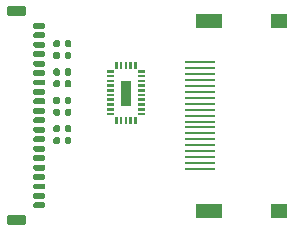
<source format=gtp>
G04 #@! TF.GenerationSoftware,KiCad,Pcbnew,5.1.10*
G04 #@! TF.CreationDate,2021-09-10T20:16:30-07:00*
G04 #@! TF.ProjectId,ACORN-CLE-DVI,41434f52-4e2d-4434-9c45-2d4456492e6b,rev?*
G04 #@! TF.SameCoordinates,Original*
G04 #@! TF.FileFunction,Paste,Top*
G04 #@! TF.FilePolarity,Positive*
%FSLAX46Y46*%
G04 Gerber Fmt 4.6, Leading zero omitted, Abs format (unit mm)*
G04 Created by KiCad (PCBNEW 5.1.10) date 2021-09-10 20:16:30*
%MOMM*%
%LPD*%
G01*
G04 APERTURE LIST*
%ADD10C,0.010000*%
%ADD11R,1.400000X1.300000*%
%ADD12R,2.200000X1.300000*%
%ADD13R,2.600000X0.280000*%
G04 APERTURE END LIST*
D10*
G36*
X155720000Y-92040000D02*
G01*
X156480000Y-92040000D01*
X156480000Y-94060000D01*
X155720000Y-94060000D01*
X155720000Y-92040000D01*
G37*
X155720000Y-92040000D02*
X156480000Y-92040000D01*
X156480000Y-94060000D01*
X155720000Y-94060000D01*
X155720000Y-92040000D01*
G36*
G01*
X149970000Y-97270000D02*
X149970000Y-96930000D01*
G75*
G02*
X150110000Y-96790000I140000J0D01*
G01*
X150390000Y-96790000D01*
G75*
G02*
X150530000Y-96930000I0J-140000D01*
G01*
X150530000Y-97270000D01*
G75*
G02*
X150390000Y-97410000I-140000J0D01*
G01*
X150110000Y-97410000D01*
G75*
G02*
X149970000Y-97270000I0J140000D01*
G01*
G37*
G36*
G01*
X150930000Y-97270000D02*
X150930000Y-96930000D01*
G75*
G02*
X151070000Y-96790000I140000J0D01*
G01*
X151350000Y-96790000D01*
G75*
G02*
X151490000Y-96930000I0J-140000D01*
G01*
X151490000Y-97270000D01*
G75*
G02*
X151350000Y-97410000I-140000J0D01*
G01*
X151070000Y-97410000D01*
G75*
G02*
X150930000Y-97270000I0J140000D01*
G01*
G37*
G36*
G01*
X149970000Y-96270000D02*
X149970000Y-95930000D01*
G75*
G02*
X150110000Y-95790000I140000J0D01*
G01*
X150390000Y-95790000D01*
G75*
G02*
X150530000Y-95930000I0J-140000D01*
G01*
X150530000Y-96270000D01*
G75*
G02*
X150390000Y-96410000I-140000J0D01*
G01*
X150110000Y-96410000D01*
G75*
G02*
X149970000Y-96270000I0J140000D01*
G01*
G37*
G36*
G01*
X150930000Y-96270000D02*
X150930000Y-95930000D01*
G75*
G02*
X151070000Y-95790000I140000J0D01*
G01*
X151350000Y-95790000D01*
G75*
G02*
X151490000Y-95930000I0J-140000D01*
G01*
X151490000Y-96270000D01*
G75*
G02*
X151350000Y-96410000I-140000J0D01*
G01*
X151070000Y-96410000D01*
G75*
G02*
X150930000Y-96270000I0J140000D01*
G01*
G37*
G36*
G01*
X149970000Y-94870000D02*
X149970000Y-94530000D01*
G75*
G02*
X150110000Y-94390000I140000J0D01*
G01*
X150390000Y-94390000D01*
G75*
G02*
X150530000Y-94530000I0J-140000D01*
G01*
X150530000Y-94870000D01*
G75*
G02*
X150390000Y-95010000I-140000J0D01*
G01*
X150110000Y-95010000D01*
G75*
G02*
X149970000Y-94870000I0J140000D01*
G01*
G37*
G36*
G01*
X150930000Y-94870000D02*
X150930000Y-94530000D01*
G75*
G02*
X151070000Y-94390000I140000J0D01*
G01*
X151350000Y-94390000D01*
G75*
G02*
X151490000Y-94530000I0J-140000D01*
G01*
X151490000Y-94870000D01*
G75*
G02*
X151350000Y-95010000I-140000J0D01*
G01*
X151070000Y-95010000D01*
G75*
G02*
X150930000Y-94870000I0J140000D01*
G01*
G37*
G36*
G01*
X149960000Y-93870000D02*
X149960000Y-93530000D01*
G75*
G02*
X150100000Y-93390000I140000J0D01*
G01*
X150380000Y-93390000D01*
G75*
G02*
X150520000Y-93530000I0J-140000D01*
G01*
X150520000Y-93870000D01*
G75*
G02*
X150380000Y-94010000I-140000J0D01*
G01*
X150100000Y-94010000D01*
G75*
G02*
X149960000Y-93870000I0J140000D01*
G01*
G37*
G36*
G01*
X150920000Y-93870000D02*
X150920000Y-93530000D01*
G75*
G02*
X151060000Y-93390000I140000J0D01*
G01*
X151340000Y-93390000D01*
G75*
G02*
X151480000Y-93530000I0J-140000D01*
G01*
X151480000Y-93870000D01*
G75*
G02*
X151340000Y-94010000I-140000J0D01*
G01*
X151060000Y-94010000D01*
G75*
G02*
X150920000Y-93870000I0J140000D01*
G01*
G37*
G36*
G01*
X149960000Y-92470000D02*
X149960000Y-92130000D01*
G75*
G02*
X150100000Y-91990000I140000J0D01*
G01*
X150380000Y-91990000D01*
G75*
G02*
X150520000Y-92130000I0J-140000D01*
G01*
X150520000Y-92470000D01*
G75*
G02*
X150380000Y-92610000I-140000J0D01*
G01*
X150100000Y-92610000D01*
G75*
G02*
X149960000Y-92470000I0J140000D01*
G01*
G37*
G36*
G01*
X150920000Y-92470000D02*
X150920000Y-92130000D01*
G75*
G02*
X151060000Y-91990000I140000J0D01*
G01*
X151340000Y-91990000D01*
G75*
G02*
X151480000Y-92130000I0J-140000D01*
G01*
X151480000Y-92470000D01*
G75*
G02*
X151340000Y-92610000I-140000J0D01*
G01*
X151060000Y-92610000D01*
G75*
G02*
X150920000Y-92470000I0J140000D01*
G01*
G37*
G36*
G01*
X149960000Y-91470000D02*
X149960000Y-91130000D01*
G75*
G02*
X150100000Y-90990000I140000J0D01*
G01*
X150380000Y-90990000D01*
G75*
G02*
X150520000Y-91130000I0J-140000D01*
G01*
X150520000Y-91470000D01*
G75*
G02*
X150380000Y-91610000I-140000J0D01*
G01*
X150100000Y-91610000D01*
G75*
G02*
X149960000Y-91470000I0J140000D01*
G01*
G37*
G36*
G01*
X150920000Y-91470000D02*
X150920000Y-91130000D01*
G75*
G02*
X151060000Y-90990000I140000J0D01*
G01*
X151340000Y-90990000D01*
G75*
G02*
X151480000Y-91130000I0J-140000D01*
G01*
X151480000Y-91470000D01*
G75*
G02*
X151340000Y-91610000I-140000J0D01*
G01*
X151060000Y-91610000D01*
G75*
G02*
X150920000Y-91470000I0J140000D01*
G01*
G37*
G36*
G01*
X149960000Y-90070000D02*
X149960000Y-89730000D01*
G75*
G02*
X150100000Y-89590000I140000J0D01*
G01*
X150380000Y-89590000D01*
G75*
G02*
X150520000Y-89730000I0J-140000D01*
G01*
X150520000Y-90070000D01*
G75*
G02*
X150380000Y-90210000I-140000J0D01*
G01*
X150100000Y-90210000D01*
G75*
G02*
X149960000Y-90070000I0J140000D01*
G01*
G37*
G36*
G01*
X150920000Y-90070000D02*
X150920000Y-89730000D01*
G75*
G02*
X151060000Y-89590000I140000J0D01*
G01*
X151340000Y-89590000D01*
G75*
G02*
X151480000Y-89730000I0J-140000D01*
G01*
X151480000Y-90070000D01*
G75*
G02*
X151340000Y-90210000I-140000J0D01*
G01*
X151060000Y-90210000D01*
G75*
G02*
X150920000Y-90070000I0J140000D01*
G01*
G37*
G36*
G01*
X149960000Y-89070000D02*
X149960000Y-88730000D01*
G75*
G02*
X150100000Y-88590000I140000J0D01*
G01*
X150380000Y-88590000D01*
G75*
G02*
X150520000Y-88730000I0J-140000D01*
G01*
X150520000Y-89070000D01*
G75*
G02*
X150380000Y-89210000I-140000J0D01*
G01*
X150100000Y-89210000D01*
G75*
G02*
X149960000Y-89070000I0J140000D01*
G01*
G37*
G36*
G01*
X150920000Y-89070000D02*
X150920000Y-88730000D01*
G75*
G02*
X151060000Y-88590000I140000J0D01*
G01*
X151340000Y-88590000D01*
G75*
G02*
X151480000Y-88730000I0J-140000D01*
G01*
X151480000Y-89070000D01*
G75*
G02*
X151340000Y-89210000I-140000J0D01*
G01*
X151060000Y-89210000D01*
G75*
G02*
X150920000Y-89070000I0J140000D01*
G01*
G37*
G36*
G01*
X148385000Y-87139000D02*
X149135000Y-87139000D01*
G75*
G02*
X149260000Y-87264000I0J-125000D01*
G01*
X149260000Y-87514000D01*
G75*
G02*
X149135000Y-87639000I-125000J0D01*
G01*
X148385000Y-87639000D01*
G75*
G02*
X148260000Y-87514000I0J125000D01*
G01*
X148260000Y-87264000D01*
G75*
G02*
X148385000Y-87139000I125000J0D01*
G01*
G37*
G36*
G01*
X148385000Y-87939000D02*
X149135000Y-87939000D01*
G75*
G02*
X149260000Y-88064000I0J-125000D01*
G01*
X149260000Y-88314000D01*
G75*
G02*
X149135000Y-88439000I-125000J0D01*
G01*
X148385000Y-88439000D01*
G75*
G02*
X148260000Y-88314000I0J125000D01*
G01*
X148260000Y-88064000D01*
G75*
G02*
X148385000Y-87939000I125000J0D01*
G01*
G37*
G36*
G01*
X148385000Y-88739000D02*
X149135000Y-88739000D01*
G75*
G02*
X149260000Y-88864000I0J-125000D01*
G01*
X149260000Y-89114000D01*
G75*
G02*
X149135000Y-89239000I-125000J0D01*
G01*
X148385000Y-89239000D01*
G75*
G02*
X148260000Y-89114000I0J125000D01*
G01*
X148260000Y-88864000D01*
G75*
G02*
X148385000Y-88739000I125000J0D01*
G01*
G37*
G36*
G01*
X148385000Y-89539000D02*
X149135000Y-89539000D01*
G75*
G02*
X149260000Y-89664000I0J-125000D01*
G01*
X149260000Y-89914000D01*
G75*
G02*
X149135000Y-90039000I-125000J0D01*
G01*
X148385000Y-90039000D01*
G75*
G02*
X148260000Y-89914000I0J125000D01*
G01*
X148260000Y-89664000D01*
G75*
G02*
X148385000Y-89539000I125000J0D01*
G01*
G37*
G36*
G01*
X148385000Y-90339000D02*
X149135000Y-90339000D01*
G75*
G02*
X149260000Y-90464000I0J-125000D01*
G01*
X149260000Y-90714000D01*
G75*
G02*
X149135000Y-90839000I-125000J0D01*
G01*
X148385000Y-90839000D01*
G75*
G02*
X148260000Y-90714000I0J125000D01*
G01*
X148260000Y-90464000D01*
G75*
G02*
X148385000Y-90339000I125000J0D01*
G01*
G37*
G36*
G01*
X148385000Y-91139000D02*
X149135000Y-91139000D01*
G75*
G02*
X149260000Y-91264000I0J-125000D01*
G01*
X149260000Y-91514000D01*
G75*
G02*
X149135000Y-91639000I-125000J0D01*
G01*
X148385000Y-91639000D01*
G75*
G02*
X148260000Y-91514000I0J125000D01*
G01*
X148260000Y-91264000D01*
G75*
G02*
X148385000Y-91139000I125000J0D01*
G01*
G37*
G36*
G01*
X148385000Y-91939000D02*
X149135000Y-91939000D01*
G75*
G02*
X149260000Y-92064000I0J-125000D01*
G01*
X149260000Y-92314000D01*
G75*
G02*
X149135000Y-92439000I-125000J0D01*
G01*
X148385000Y-92439000D01*
G75*
G02*
X148260000Y-92314000I0J125000D01*
G01*
X148260000Y-92064000D01*
G75*
G02*
X148385000Y-91939000I125000J0D01*
G01*
G37*
G36*
G01*
X148385000Y-92739000D02*
X149135000Y-92739000D01*
G75*
G02*
X149260000Y-92864000I0J-125000D01*
G01*
X149260000Y-93114000D01*
G75*
G02*
X149135000Y-93239000I-125000J0D01*
G01*
X148385000Y-93239000D01*
G75*
G02*
X148260000Y-93114000I0J125000D01*
G01*
X148260000Y-92864000D01*
G75*
G02*
X148385000Y-92739000I125000J0D01*
G01*
G37*
G36*
G01*
X148385000Y-93539000D02*
X149135000Y-93539000D01*
G75*
G02*
X149260000Y-93664000I0J-125000D01*
G01*
X149260000Y-93914000D01*
G75*
G02*
X149135000Y-94039000I-125000J0D01*
G01*
X148385000Y-94039000D01*
G75*
G02*
X148260000Y-93914000I0J125000D01*
G01*
X148260000Y-93664000D01*
G75*
G02*
X148385000Y-93539000I125000J0D01*
G01*
G37*
G36*
G01*
X148385000Y-94339000D02*
X149135000Y-94339000D01*
G75*
G02*
X149260000Y-94464000I0J-125000D01*
G01*
X149260000Y-94714000D01*
G75*
G02*
X149135000Y-94839000I-125000J0D01*
G01*
X148385000Y-94839000D01*
G75*
G02*
X148260000Y-94714000I0J125000D01*
G01*
X148260000Y-94464000D01*
G75*
G02*
X148385000Y-94339000I125000J0D01*
G01*
G37*
G36*
G01*
X148385000Y-95139000D02*
X149135000Y-95139000D01*
G75*
G02*
X149260000Y-95264000I0J-125000D01*
G01*
X149260000Y-95514000D01*
G75*
G02*
X149135000Y-95639000I-125000J0D01*
G01*
X148385000Y-95639000D01*
G75*
G02*
X148260000Y-95514000I0J125000D01*
G01*
X148260000Y-95264000D01*
G75*
G02*
X148385000Y-95139000I125000J0D01*
G01*
G37*
G36*
G01*
X148385000Y-95939000D02*
X149135000Y-95939000D01*
G75*
G02*
X149260000Y-96064000I0J-125000D01*
G01*
X149260000Y-96314000D01*
G75*
G02*
X149135000Y-96439000I-125000J0D01*
G01*
X148385000Y-96439000D01*
G75*
G02*
X148260000Y-96314000I0J125000D01*
G01*
X148260000Y-96064000D01*
G75*
G02*
X148385000Y-95939000I125000J0D01*
G01*
G37*
G36*
G01*
X148385000Y-96739000D02*
X149135000Y-96739000D01*
G75*
G02*
X149260000Y-96864000I0J-125000D01*
G01*
X149260000Y-97114000D01*
G75*
G02*
X149135000Y-97239000I-125000J0D01*
G01*
X148385000Y-97239000D01*
G75*
G02*
X148260000Y-97114000I0J125000D01*
G01*
X148260000Y-96864000D01*
G75*
G02*
X148385000Y-96739000I125000J0D01*
G01*
G37*
G36*
G01*
X148385000Y-97539000D02*
X149135000Y-97539000D01*
G75*
G02*
X149260000Y-97664000I0J-125000D01*
G01*
X149260000Y-97914000D01*
G75*
G02*
X149135000Y-98039000I-125000J0D01*
G01*
X148385000Y-98039000D01*
G75*
G02*
X148260000Y-97914000I0J125000D01*
G01*
X148260000Y-97664000D01*
G75*
G02*
X148385000Y-97539000I125000J0D01*
G01*
G37*
G36*
G01*
X148385000Y-98339000D02*
X149135000Y-98339000D01*
G75*
G02*
X149260000Y-98464000I0J-125000D01*
G01*
X149260000Y-98714000D01*
G75*
G02*
X149135000Y-98839000I-125000J0D01*
G01*
X148385000Y-98839000D01*
G75*
G02*
X148260000Y-98714000I0J125000D01*
G01*
X148260000Y-98464000D01*
G75*
G02*
X148385000Y-98339000I125000J0D01*
G01*
G37*
G36*
G01*
X148385000Y-99139000D02*
X149135000Y-99139000D01*
G75*
G02*
X149260000Y-99264000I0J-125000D01*
G01*
X149260000Y-99514000D01*
G75*
G02*
X149135000Y-99639000I-125000J0D01*
G01*
X148385000Y-99639000D01*
G75*
G02*
X148260000Y-99514000I0J125000D01*
G01*
X148260000Y-99264000D01*
G75*
G02*
X148385000Y-99139000I125000J0D01*
G01*
G37*
G36*
G01*
X148385000Y-99939000D02*
X149135000Y-99939000D01*
G75*
G02*
X149260000Y-100064000I0J-125000D01*
G01*
X149260000Y-100314000D01*
G75*
G02*
X149135000Y-100439000I-125000J0D01*
G01*
X148385000Y-100439000D01*
G75*
G02*
X148260000Y-100314000I0J125000D01*
G01*
X148260000Y-100064000D01*
G75*
G02*
X148385000Y-99939000I125000J0D01*
G01*
G37*
G36*
G01*
X148385000Y-100739000D02*
X149135000Y-100739000D01*
G75*
G02*
X149260000Y-100864000I0J-125000D01*
G01*
X149260000Y-101114000D01*
G75*
G02*
X149135000Y-101239000I-125000J0D01*
G01*
X148385000Y-101239000D01*
G75*
G02*
X148260000Y-101114000I0J125000D01*
G01*
X148260000Y-100864000D01*
G75*
G02*
X148385000Y-100739000I125000J0D01*
G01*
G37*
G36*
G01*
X148385000Y-101539000D02*
X149135000Y-101539000D01*
G75*
G02*
X149260000Y-101664000I0J-125000D01*
G01*
X149260000Y-101914000D01*
G75*
G02*
X149135000Y-102039000I-125000J0D01*
G01*
X148385000Y-102039000D01*
G75*
G02*
X148260000Y-101914000I0J125000D01*
G01*
X148260000Y-101664000D01*
G75*
G02*
X148385000Y-101539000I125000J0D01*
G01*
G37*
G36*
G01*
X148385000Y-102339000D02*
X149135000Y-102339000D01*
G75*
G02*
X149260000Y-102464000I0J-125000D01*
G01*
X149260000Y-102714000D01*
G75*
G02*
X149135000Y-102839000I-125000J0D01*
G01*
X148385000Y-102839000D01*
G75*
G02*
X148260000Y-102714000I0J125000D01*
G01*
X148260000Y-102464000D01*
G75*
G02*
X148385000Y-102339000I125000J0D01*
G01*
G37*
G36*
G01*
X146265000Y-85689000D02*
X147415000Y-85689000D01*
G75*
G02*
X147640000Y-85914000I0J-225000D01*
G01*
X147640000Y-86364000D01*
G75*
G02*
X147415000Y-86589000I-225000J0D01*
G01*
X146265000Y-86589000D01*
G75*
G02*
X146040000Y-86364000I0J225000D01*
G01*
X146040000Y-85914000D01*
G75*
G02*
X146265000Y-85689000I225000J0D01*
G01*
G37*
G36*
G01*
X146265000Y-103389000D02*
X147415000Y-103389000D01*
G75*
G02*
X147640000Y-103614000I0J-225000D01*
G01*
X147640000Y-104064000D01*
G75*
G02*
X147415000Y-104289000I-225000J0D01*
G01*
X146265000Y-104289000D01*
G75*
G02*
X146040000Y-104064000I0J225000D01*
G01*
X146040000Y-103614000D01*
G75*
G02*
X146265000Y-103389000I225000J0D01*
G01*
G37*
G36*
G01*
X157125000Y-91353400D02*
X157125000Y-91146600D01*
G75*
G02*
X157131600Y-91140000I6600J0D01*
G01*
X157708400Y-91140000D01*
G75*
G02*
X157715000Y-91146600I0J-6600D01*
G01*
X157715000Y-91353400D01*
G75*
G02*
X157708400Y-91360000I-6600J0D01*
G01*
X157131600Y-91360000D01*
G75*
G02*
X157125000Y-91353400I0J6600D01*
G01*
G37*
G36*
G01*
X157125000Y-91753400D02*
X157125000Y-91546600D01*
G75*
G02*
X157131600Y-91540000I6600J0D01*
G01*
X157708400Y-91540000D01*
G75*
G02*
X157715000Y-91546600I0J-6600D01*
G01*
X157715000Y-91753400D01*
G75*
G02*
X157708400Y-91760000I-6600J0D01*
G01*
X157131600Y-91760000D01*
G75*
G02*
X157125000Y-91753400I0J6600D01*
G01*
G37*
G36*
G01*
X157125000Y-92153400D02*
X157125000Y-91946600D01*
G75*
G02*
X157131600Y-91940000I6600J0D01*
G01*
X157708400Y-91940000D01*
G75*
G02*
X157715000Y-91946600I0J-6600D01*
G01*
X157715000Y-92153400D01*
G75*
G02*
X157708400Y-92160000I-6600J0D01*
G01*
X157131600Y-92160000D01*
G75*
G02*
X157125000Y-92153400I0J6600D01*
G01*
G37*
G36*
G01*
X157125000Y-92553400D02*
X157125000Y-92346600D01*
G75*
G02*
X157131600Y-92340000I6600J0D01*
G01*
X157708400Y-92340000D01*
G75*
G02*
X157715000Y-92346600I0J-6600D01*
G01*
X157715000Y-92553400D01*
G75*
G02*
X157708400Y-92560000I-6600J0D01*
G01*
X157131600Y-92560000D01*
G75*
G02*
X157125000Y-92553400I0J6600D01*
G01*
G37*
G36*
G01*
X157125000Y-92953400D02*
X157125000Y-92746600D01*
G75*
G02*
X157131600Y-92740000I6600J0D01*
G01*
X157708400Y-92740000D01*
G75*
G02*
X157715000Y-92746600I0J-6600D01*
G01*
X157715000Y-92953400D01*
G75*
G02*
X157708400Y-92960000I-6600J0D01*
G01*
X157131600Y-92960000D01*
G75*
G02*
X157125000Y-92953400I0J6600D01*
G01*
G37*
G36*
G01*
X157125000Y-93353400D02*
X157125000Y-93146600D01*
G75*
G02*
X157131600Y-93140000I6600J0D01*
G01*
X157708400Y-93140000D01*
G75*
G02*
X157715000Y-93146600I0J-6600D01*
G01*
X157715000Y-93353400D01*
G75*
G02*
X157708400Y-93360000I-6600J0D01*
G01*
X157131600Y-93360000D01*
G75*
G02*
X157125000Y-93353400I0J6600D01*
G01*
G37*
G36*
G01*
X157125000Y-93753400D02*
X157125000Y-93546600D01*
G75*
G02*
X157131600Y-93540000I6600J0D01*
G01*
X157708400Y-93540000D01*
G75*
G02*
X157715000Y-93546600I0J-6600D01*
G01*
X157715000Y-93753400D01*
G75*
G02*
X157708400Y-93760000I-6600J0D01*
G01*
X157131600Y-93760000D01*
G75*
G02*
X157125000Y-93753400I0J6600D01*
G01*
G37*
G36*
G01*
X157125000Y-94153400D02*
X157125000Y-93946600D01*
G75*
G02*
X157131600Y-93940000I6600J0D01*
G01*
X157708400Y-93940000D01*
G75*
G02*
X157715000Y-93946600I0J-6600D01*
G01*
X157715000Y-94153400D01*
G75*
G02*
X157708400Y-94160000I-6600J0D01*
G01*
X157131600Y-94160000D01*
G75*
G02*
X157125000Y-94153400I0J6600D01*
G01*
G37*
G36*
G01*
X157125000Y-94553400D02*
X157125000Y-94346600D01*
G75*
G02*
X157131600Y-94340000I6600J0D01*
G01*
X157708400Y-94340000D01*
G75*
G02*
X157715000Y-94346600I0J-6600D01*
G01*
X157715000Y-94553400D01*
G75*
G02*
X157708400Y-94560000I-6600J0D01*
G01*
X157131600Y-94560000D01*
G75*
G02*
X157125000Y-94553400I0J6600D01*
G01*
G37*
G36*
G01*
X157125000Y-94953400D02*
X157125000Y-94746600D01*
G75*
G02*
X157131600Y-94740000I6600J0D01*
G01*
X157708400Y-94740000D01*
G75*
G02*
X157715000Y-94746600I0J-6600D01*
G01*
X157715000Y-94953400D01*
G75*
G02*
X157708400Y-94960000I-6600J0D01*
G01*
X157131600Y-94960000D01*
G75*
G02*
X157125000Y-94953400I0J6600D01*
G01*
G37*
G36*
G01*
X154485000Y-94953400D02*
X154485000Y-94746600D01*
G75*
G02*
X154491600Y-94740000I6600J0D01*
G01*
X155068400Y-94740000D01*
G75*
G02*
X155075000Y-94746600I0J-6600D01*
G01*
X155075000Y-94953400D01*
G75*
G02*
X155068400Y-94960000I-6600J0D01*
G01*
X154491600Y-94960000D01*
G75*
G02*
X154485000Y-94953400I0J6600D01*
G01*
G37*
G36*
G01*
X154485000Y-94553400D02*
X154485000Y-94346600D01*
G75*
G02*
X154491600Y-94340000I6600J0D01*
G01*
X155068400Y-94340000D01*
G75*
G02*
X155075000Y-94346600I0J-6600D01*
G01*
X155075000Y-94553400D01*
G75*
G02*
X155068400Y-94560000I-6600J0D01*
G01*
X154491600Y-94560000D01*
G75*
G02*
X154485000Y-94553400I0J6600D01*
G01*
G37*
G36*
G01*
X154485000Y-94153400D02*
X154485000Y-93946600D01*
G75*
G02*
X154491600Y-93940000I6600J0D01*
G01*
X155068400Y-93940000D01*
G75*
G02*
X155075000Y-93946600I0J-6600D01*
G01*
X155075000Y-94153400D01*
G75*
G02*
X155068400Y-94160000I-6600J0D01*
G01*
X154491600Y-94160000D01*
G75*
G02*
X154485000Y-94153400I0J6600D01*
G01*
G37*
G36*
G01*
X154485000Y-93753400D02*
X154485000Y-93546600D01*
G75*
G02*
X154491600Y-93540000I6600J0D01*
G01*
X155068400Y-93540000D01*
G75*
G02*
X155075000Y-93546600I0J-6600D01*
G01*
X155075000Y-93753400D01*
G75*
G02*
X155068400Y-93760000I-6600J0D01*
G01*
X154491600Y-93760000D01*
G75*
G02*
X154485000Y-93753400I0J6600D01*
G01*
G37*
G36*
G01*
X154485000Y-93353400D02*
X154485000Y-93146600D01*
G75*
G02*
X154491600Y-93140000I6600J0D01*
G01*
X155068400Y-93140000D01*
G75*
G02*
X155075000Y-93146600I0J-6600D01*
G01*
X155075000Y-93353400D01*
G75*
G02*
X155068400Y-93360000I-6600J0D01*
G01*
X154491600Y-93360000D01*
G75*
G02*
X154485000Y-93353400I0J6600D01*
G01*
G37*
G36*
G01*
X154485000Y-92953400D02*
X154485000Y-92746600D01*
G75*
G02*
X154491600Y-92740000I6600J0D01*
G01*
X155068400Y-92740000D01*
G75*
G02*
X155075000Y-92746600I0J-6600D01*
G01*
X155075000Y-92953400D01*
G75*
G02*
X155068400Y-92960000I-6600J0D01*
G01*
X154491600Y-92960000D01*
G75*
G02*
X154485000Y-92953400I0J6600D01*
G01*
G37*
G36*
G01*
X154485000Y-92553400D02*
X154485000Y-92346600D01*
G75*
G02*
X154491600Y-92340000I6600J0D01*
G01*
X155068400Y-92340000D01*
G75*
G02*
X155075000Y-92346600I0J-6600D01*
G01*
X155075000Y-92553400D01*
G75*
G02*
X155068400Y-92560000I-6600J0D01*
G01*
X154491600Y-92560000D01*
G75*
G02*
X154485000Y-92553400I0J6600D01*
G01*
G37*
G36*
G01*
X154485000Y-92153400D02*
X154485000Y-91946600D01*
G75*
G02*
X154491600Y-91940000I6600J0D01*
G01*
X155068400Y-91940000D01*
G75*
G02*
X155075000Y-91946600I0J-6600D01*
G01*
X155075000Y-92153400D01*
G75*
G02*
X155068400Y-92160000I-6600J0D01*
G01*
X154491600Y-92160000D01*
G75*
G02*
X154485000Y-92153400I0J6600D01*
G01*
G37*
G36*
G01*
X154485000Y-91753400D02*
X154485000Y-91546600D01*
G75*
G02*
X154491600Y-91540000I6600J0D01*
G01*
X155068400Y-91540000D01*
G75*
G02*
X155075000Y-91546600I0J-6600D01*
G01*
X155075000Y-91753400D01*
G75*
G02*
X155068400Y-91760000I-6600J0D01*
G01*
X154491600Y-91760000D01*
G75*
G02*
X154485000Y-91753400I0J6600D01*
G01*
G37*
G36*
G01*
X154485000Y-91353400D02*
X154485000Y-91146600D01*
G75*
G02*
X154491600Y-91140000I6600J0D01*
G01*
X155068400Y-91140000D01*
G75*
G02*
X155075000Y-91146600I0J-6600D01*
G01*
X155075000Y-91353400D01*
G75*
G02*
X155068400Y-91360000I-6600J0D01*
G01*
X154491600Y-91360000D01*
G75*
G02*
X154485000Y-91353400I0J6600D01*
G01*
G37*
G36*
G01*
X155190000Y-91018400D02*
X155190000Y-90441600D01*
G75*
G02*
X155196600Y-90435000I6600J0D01*
G01*
X155403400Y-90435000D01*
G75*
G02*
X155410000Y-90441600I0J-6600D01*
G01*
X155410000Y-91018400D01*
G75*
G02*
X155403400Y-91025000I-6600J0D01*
G01*
X155196600Y-91025000D01*
G75*
G02*
X155190000Y-91018400I0J6600D01*
G01*
G37*
G36*
G01*
X155590000Y-91018400D02*
X155590000Y-90441600D01*
G75*
G02*
X155596600Y-90435000I6600J0D01*
G01*
X155803400Y-90435000D01*
G75*
G02*
X155810000Y-90441600I0J-6600D01*
G01*
X155810000Y-91018400D01*
G75*
G02*
X155803400Y-91025000I-6600J0D01*
G01*
X155596600Y-91025000D01*
G75*
G02*
X155590000Y-91018400I0J6600D01*
G01*
G37*
G36*
G01*
X155990000Y-91018400D02*
X155990000Y-90441600D01*
G75*
G02*
X155996600Y-90435000I6600J0D01*
G01*
X156203400Y-90435000D01*
G75*
G02*
X156210000Y-90441600I0J-6600D01*
G01*
X156210000Y-91018400D01*
G75*
G02*
X156203400Y-91025000I-6600J0D01*
G01*
X155996600Y-91025000D01*
G75*
G02*
X155990000Y-91018400I0J6600D01*
G01*
G37*
G36*
G01*
X156390000Y-91018400D02*
X156390000Y-90441600D01*
G75*
G02*
X156396600Y-90435000I6600J0D01*
G01*
X156603400Y-90435000D01*
G75*
G02*
X156610000Y-90441600I0J-6600D01*
G01*
X156610000Y-91018400D01*
G75*
G02*
X156603400Y-91025000I-6600J0D01*
G01*
X156396600Y-91025000D01*
G75*
G02*
X156390000Y-91018400I0J6600D01*
G01*
G37*
G36*
G01*
X156790000Y-91018400D02*
X156790000Y-90441600D01*
G75*
G02*
X156796600Y-90435000I6600J0D01*
G01*
X157003400Y-90435000D01*
G75*
G02*
X157010000Y-90441600I0J-6600D01*
G01*
X157010000Y-91018400D01*
G75*
G02*
X157003400Y-91025000I-6600J0D01*
G01*
X156796600Y-91025000D01*
G75*
G02*
X156790000Y-91018400I0J6600D01*
G01*
G37*
G36*
G01*
X156790000Y-95658400D02*
X156790000Y-95081600D01*
G75*
G02*
X156796600Y-95075000I6600J0D01*
G01*
X157003400Y-95075000D01*
G75*
G02*
X157010000Y-95081600I0J-6600D01*
G01*
X157010000Y-95658400D01*
G75*
G02*
X157003400Y-95665000I-6600J0D01*
G01*
X156796600Y-95665000D01*
G75*
G02*
X156790000Y-95658400I0J6600D01*
G01*
G37*
G36*
G01*
X156390000Y-95658400D02*
X156390000Y-95081600D01*
G75*
G02*
X156396600Y-95075000I6600J0D01*
G01*
X156603400Y-95075000D01*
G75*
G02*
X156610000Y-95081600I0J-6600D01*
G01*
X156610000Y-95658400D01*
G75*
G02*
X156603400Y-95665000I-6600J0D01*
G01*
X156396600Y-95665000D01*
G75*
G02*
X156390000Y-95658400I0J6600D01*
G01*
G37*
G36*
G01*
X155990000Y-95658400D02*
X155990000Y-95081600D01*
G75*
G02*
X155996600Y-95075000I6600J0D01*
G01*
X156203400Y-95075000D01*
G75*
G02*
X156210000Y-95081600I0J-6600D01*
G01*
X156210000Y-95658400D01*
G75*
G02*
X156203400Y-95665000I-6600J0D01*
G01*
X155996600Y-95665000D01*
G75*
G02*
X155990000Y-95658400I0J6600D01*
G01*
G37*
G36*
G01*
X155590000Y-95658400D02*
X155590000Y-95081600D01*
G75*
G02*
X155596600Y-95075000I6600J0D01*
G01*
X155803400Y-95075000D01*
G75*
G02*
X155810000Y-95081600I0J-6600D01*
G01*
X155810000Y-95658400D01*
G75*
G02*
X155803400Y-95665000I-6600J0D01*
G01*
X155596600Y-95665000D01*
G75*
G02*
X155590000Y-95658400I0J6600D01*
G01*
G37*
G36*
G01*
X155190000Y-95658400D02*
X155190000Y-95081600D01*
G75*
G02*
X155196600Y-95075000I6600J0D01*
G01*
X155403400Y-95075000D01*
G75*
G02*
X155410000Y-95081600I0J-6600D01*
G01*
X155410000Y-95658400D01*
G75*
G02*
X155403400Y-95665000I-6600J0D01*
G01*
X155196600Y-95665000D01*
G75*
G02*
X155190000Y-95658400I0J6600D01*
G01*
G37*
D11*
X169060000Y-86939000D03*
X169060000Y-103039000D03*
D12*
X163100000Y-103039000D03*
X163100000Y-86939000D03*
D13*
X162340000Y-99489000D03*
X162340000Y-98989000D03*
X162340000Y-98489000D03*
X162340000Y-97989000D03*
X162340000Y-97489000D03*
X162340000Y-96989000D03*
X162340000Y-96489000D03*
X162340000Y-95989000D03*
X162340000Y-95489000D03*
X162340000Y-90489000D03*
X162340000Y-90989000D03*
X162340000Y-91489000D03*
X162340000Y-91989000D03*
X162340000Y-92489000D03*
X162340000Y-92989000D03*
X162340000Y-93489000D03*
X162340000Y-93989000D03*
X162340000Y-94489000D03*
X162340000Y-94989000D03*
M02*

</source>
